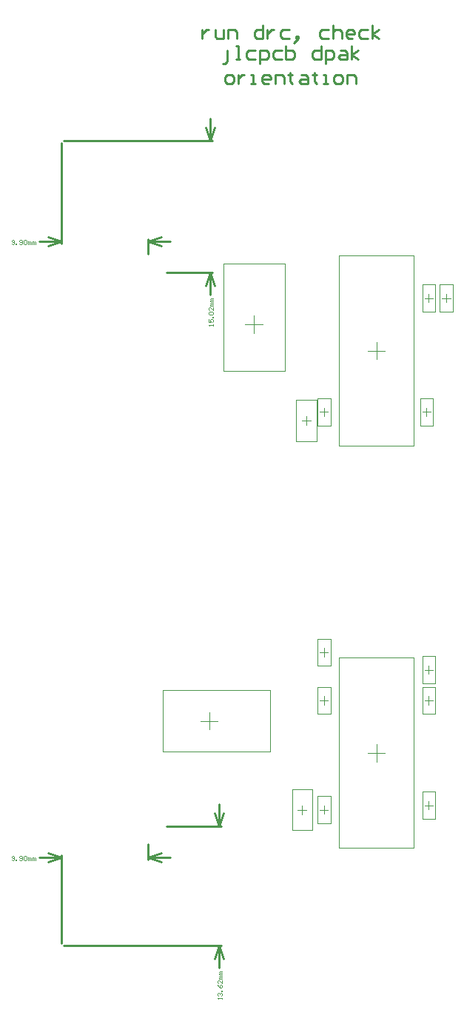
<source format=gbr>
%TF.GenerationSoftware,Altium Limited,Altium Designer,21.5.1 (32)*%
G04 Layer_Color=32768*
%FSLAX45Y45*%
%MOMM*%
%TF.SameCoordinates,51D5493F-A844-4614-94AE-4B196E198A34*%
%TF.FilePolarity,Positive*%
%TF.FileFunction,Other,Top_Assembly*%
%TF.Part,Single*%
G01*
G75*
%TA.AperFunction,NonConductor*%
%ADD34C,0.25400*%
%ADD45C,0.22000*%
%ADD59C,0.10000*%
D34*
X-152400Y952412D02*
X0Y1003212D01*
X-152400Y1054012D02*
X0Y1003212D01*
X990000D02*
X1142400Y1054012D01*
X990000Y1003212D02*
X1142400Y952412D01*
X-254000Y1003212D02*
X0D01*
X990000D02*
X1244000D01*
X990000Y977812D02*
Y1156600D01*
X0Y25400D02*
Y1028612D01*
X1800000Y0D02*
X1850800Y-152400D01*
X1749200D02*
X1800000Y0D01*
X1749200Y1514400D02*
X1800000Y1362000D01*
X1850800Y1514400D01*
X1800000Y-254000D02*
Y0D01*
Y1362000D02*
Y1616000D01*
X1195400Y1362000D02*
X1825400D01*
X25400Y0D02*
X1825400D01*
X1646587Y9352400D02*
X1697387Y9200000D01*
X1748187Y9352400D01*
X1697387Y7698000D02*
X1748187Y7545600D01*
X1646587D02*
X1697387Y7698000D01*
Y9200000D02*
Y9454000D01*
Y7444000D02*
Y7698000D01*
X1195400D02*
X1722787D01*
X25400Y9200000D02*
X1722787D01*
X-152400Y7997592D02*
X0Y8048392D01*
X-152400Y8099192D02*
X0Y8048392D01*
X990000D02*
X1142400Y8099192D01*
X990000Y8048392D02*
X1142400Y7997592D01*
X-254000Y8048392D02*
X0D01*
X990000D02*
X1244000D01*
X990000Y7903400D02*
Y8073792D01*
X0Y8022992D02*
Y9174600D01*
D45*
X1604028Y10468126D02*
Y10368158D01*
Y10418142D01*
X1629020Y10443134D01*
X1654012Y10468126D01*
X1679003D01*
X1753979D02*
Y10393150D01*
X1778971Y10368158D01*
X1853947D01*
Y10468126D01*
X1903931Y10368158D02*
Y10468126D01*
X1978906D01*
X2003898Y10443134D01*
Y10368158D01*
X2303801Y10518110D02*
Y10368158D01*
X2228825D01*
X2203834Y10393150D01*
Y10443134D01*
X2228825Y10468126D01*
X2303801D01*
X2353785D02*
Y10368158D01*
Y10418142D01*
X2378777Y10443134D01*
X2403769Y10468126D01*
X2428761D01*
X2603704D02*
X2528728D01*
X2503736Y10443134D01*
Y10393150D01*
X2528728Y10368158D01*
X2603704D01*
X2678680Y10343166D02*
X2703672Y10368158D01*
Y10393150D01*
X2678680D01*
Y10368158D01*
X2703672D01*
X2678680Y10343166D01*
X2653688Y10318174D01*
X3053558Y10468126D02*
X2978583D01*
X2953591Y10443134D01*
Y10393150D01*
X2978583Y10368158D01*
X3053558D01*
X3103542Y10518110D02*
Y10368158D01*
Y10443134D01*
X3128534Y10468126D01*
X3178518D01*
X3203510Y10443134D01*
Y10368158D01*
X3328469D02*
X3278485D01*
X3253494Y10393150D01*
Y10443134D01*
X3278485Y10468126D01*
X3328469D01*
X3353461Y10443134D01*
Y10418142D01*
X3253494D01*
X3503413Y10468126D02*
X3428437D01*
X3403445Y10443134D01*
Y10393150D01*
X3428437Y10368158D01*
X3503413D01*
X3553396D02*
Y10518110D01*
Y10418142D02*
X3628372Y10468126D01*
X3553396Y10418142D02*
X3628372Y10368158D01*
X1841451Y10085432D02*
X1866443D01*
X1891435Y10110425D01*
Y10235384D01*
X1991402Y10135416D02*
X2041386D01*
X2016394D01*
Y10285368D01*
X1991402D01*
X2216330Y10235384D02*
X2141354D01*
X2116362Y10210392D01*
Y10160408D01*
X2141354Y10135416D01*
X2216330D01*
X2266313Y10085432D02*
Y10235384D01*
X2341289D01*
X2366281Y10210392D01*
Y10160408D01*
X2341289Y10135416D01*
X2266313D01*
X2516232Y10235384D02*
X2441257D01*
X2416265Y10210392D01*
Y10160408D01*
X2441257Y10135416D01*
X2516232D01*
X2566216Y10285368D02*
Y10135416D01*
X2641192D01*
X2666184Y10160408D01*
Y10185400D01*
Y10210392D01*
X2641192Y10235384D01*
X2566216D01*
X2966087Y10285368D02*
Y10135416D01*
X2891111D01*
X2866119Y10160408D01*
Y10210392D01*
X2891111Y10235384D01*
X2966087D01*
X3016071Y10085432D02*
Y10235384D01*
X3091046D01*
X3116038Y10210392D01*
Y10160408D01*
X3091046Y10135416D01*
X3016071D01*
X3191014Y10235384D02*
X3240998D01*
X3265990Y10210392D01*
Y10135416D01*
X3191014D01*
X3166022Y10160408D01*
X3191014Y10185400D01*
X3265990D01*
X3315974Y10135416D02*
Y10285368D01*
Y10185400D02*
X3390949Y10235384D01*
X3315974Y10185400D02*
X3390949Y10135416D01*
X1891435Y9852691D02*
X1941419D01*
X1966410Y9877683D01*
Y9927666D01*
X1941419Y9952658D01*
X1891435D01*
X1866443Y9927666D01*
Y9877683D01*
X1891435Y9852691D01*
X2016394Y9952658D02*
Y9852691D01*
Y9902675D01*
X2041386Y9927666D01*
X2066378Y9952658D01*
X2091370D01*
X2166346Y9852691D02*
X2216330D01*
X2191338D01*
Y9952658D01*
X2166346D01*
X2366281Y9852691D02*
X2316297D01*
X2291305Y9877683D01*
Y9927666D01*
X2316297Y9952658D01*
X2366281D01*
X2391273Y9927666D01*
Y9902675D01*
X2291305D01*
X2441257Y9852691D02*
Y9952658D01*
X2516232D01*
X2541224Y9927666D01*
Y9852691D01*
X2616200Y9977650D02*
Y9952658D01*
X2591208D01*
X2641192D01*
X2616200D01*
Y9877683D01*
X2641192Y9852691D01*
X2741160Y9952658D02*
X2791144D01*
X2816135Y9927666D01*
Y9852691D01*
X2741160D01*
X2716168Y9877683D01*
X2741160Y9902675D01*
X2816135D01*
X2891111Y9977650D02*
Y9952658D01*
X2866119D01*
X2916103D01*
X2891111D01*
Y9877683D01*
X2916103Y9852691D01*
X2991079D02*
X3041063D01*
X3016071D01*
Y9952658D01*
X2991079D01*
X3141030Y9852691D02*
X3191014D01*
X3216006Y9877683D01*
Y9927666D01*
X3191014Y9952658D01*
X3141030D01*
X3116038Y9927666D01*
Y9877683D01*
X3141030Y9852691D01*
X3265990D02*
Y9952658D01*
X3340966D01*
X3365957Y9927666D01*
Y9852691D01*
D59*
X2685000Y5765000D02*
X2915000D01*
X2685000Y6235000D02*
X2915000D01*
X2685000Y5765000D02*
Y6235000D01*
X2915000Y5765000D02*
Y6235000D01*
X2800000Y5950000D02*
Y6050000D01*
X2750000Y6000000D02*
X2850000D01*
X2635000Y1315000D02*
X2865000D01*
X2635000Y1785000D02*
X2865000D01*
X2635000Y1315000D02*
Y1785000D01*
X2865000Y1315000D02*
Y1785000D01*
X2750000Y1500000D02*
Y1600000D01*
X2700000Y1550000D02*
X2800000D01*
X2551993Y6565991D02*
Y7794004D01*
X1848007D02*
X2551993D01*
X2100000Y7100000D02*
X2300000D01*
X2200000Y7000000D02*
Y7200000D01*
X1848007Y6565991D02*
X2551993D01*
X1848007D02*
Y7794004D01*
X4125000Y3305000D02*
X4275000D01*
X4125000Y2995000D02*
X4275000D01*
Y3305000D01*
X4125000Y2995000D02*
Y3305000D01*
X4200000Y3102500D02*
Y3197500D01*
X4152500Y3150000D02*
X4247500D01*
X2925000Y1395000D02*
X3075000D01*
X2925000Y1705000D02*
X3075000D01*
X2925000Y1395000D02*
Y1705000D01*
X3075000Y1395000D02*
Y1705000D01*
X3000000Y1502500D02*
Y1597500D01*
X2952500Y1550000D02*
X3047500D01*
X3500000Y2200000D02*
X3700000D01*
X3600000Y2100000D02*
Y2300000D01*
X3175007Y1111508D02*
Y3288492D01*
Y1111508D02*
X4024993D01*
Y3288492D01*
X3175007D02*
X4024993D01*
X2952500Y3350000D02*
X3047500D01*
X3000000Y3302500D02*
Y3397500D01*
X3075000Y3195000D02*
Y3505000D01*
X2925000Y3195000D02*
Y3505000D01*
X3075000D01*
X2925000Y3195000D02*
X3075000D01*
X2952500Y2800000D02*
X3047500D01*
X3000000Y2752500D02*
Y2847500D01*
X2925000Y2645000D02*
Y2955000D01*
X3075000Y2645000D02*
Y2955000D01*
X2925000Y2645000D02*
X3075000D01*
X2925000Y2955000D02*
X3075000D01*
X1153022Y2215116D02*
X2381036D01*
Y2919103D01*
X1687032Y2467110D02*
Y2667110D01*
X1587032Y2567110D02*
X1787032D01*
X1153022Y2215116D02*
Y2919103D01*
X2381036D01*
X4325000Y7245000D02*
X4475000D01*
X4325000Y7555000D02*
X4475000D01*
X4325000Y7245000D02*
Y7555000D01*
X4475000Y7245000D02*
Y7555000D01*
X4400000Y7352500D02*
Y7447500D01*
X4352500Y7400000D02*
X4447500D01*
X4100000Y5945000D02*
X4250000D01*
X4100000Y6255000D02*
X4250000D01*
X4100000Y5945000D02*
Y6255000D01*
X4250000Y5945000D02*
Y6255000D01*
X4175000Y6052500D02*
Y6147500D01*
X4127500Y6100000D02*
X4222500D01*
X2925000Y5945000D02*
X3075000D01*
X2925000Y6255000D02*
X3075000D01*
X2925000Y5945000D02*
Y6255000D01*
X3075000Y5945000D02*
Y6255000D01*
X3000000Y6052500D02*
Y6147500D01*
X2952500Y6100000D02*
X3047500D01*
X4125000Y1445000D02*
X4275000D01*
X4125000Y1755000D02*
X4275000D01*
X4125000Y1445000D02*
Y1755000D01*
X4275000Y1445000D02*
Y1755000D01*
X4200000Y1552500D02*
Y1647500D01*
X4152500Y1600000D02*
X4247500D01*
X3175007Y7888492D02*
X4024993D01*
Y5711509D02*
Y7888492D01*
X3175007Y5711509D02*
X4024993D01*
X3175007D02*
Y7888492D01*
X3600000Y6700000D02*
Y6900000D01*
X3500000Y6800000D02*
X3700000D01*
X4152500Y7400000D02*
X4247500D01*
X4200000Y7352500D02*
Y7447500D01*
X4125000Y7245000D02*
Y7555000D01*
X4275000Y7245000D02*
Y7555000D01*
X4125000Y7245000D02*
X4275000D01*
X4125000Y7555000D02*
X4275000D01*
X4152500Y2800000D02*
X4247500D01*
X4200000Y2752500D02*
Y2847500D01*
X4125000Y2645000D02*
Y2955000D01*
X4275000Y2645000D02*
Y2955000D01*
X4125000Y2645000D02*
X4275000D01*
X4125000Y2955000D02*
X4275000D01*
X-574310Y976551D02*
X-565980Y968221D01*
X-549318D01*
X-540988Y976551D01*
Y1009874D01*
X-549318Y1018204D01*
X-565980D01*
X-574310Y1009874D01*
Y1001543D01*
X-565980Y993212D01*
X-540988D01*
X-524327Y968221D02*
Y976551D01*
X-515996D01*
Y968221D01*
X-524327D01*
X-482673Y976551D02*
X-474343Y968221D01*
X-457682D01*
X-449351Y976551D01*
Y1009874D01*
X-457682Y1018204D01*
X-474343D01*
X-482673Y1009874D01*
Y1001543D01*
X-474343Y993212D01*
X-449351D01*
X-432690Y1009874D02*
X-424359Y1018204D01*
X-407698D01*
X-399367Y1009874D01*
Y976551D01*
X-407698Y968221D01*
X-424359D01*
X-432690Y976551D01*
Y1009874D01*
X-382706Y968221D02*
Y1001543D01*
X-374375D01*
X-366045Y993212D01*
Y968221D01*
Y993212D01*
X-357714Y1001543D01*
X-349384Y993212D01*
Y968221D01*
X-332722D02*
Y1001543D01*
X-324392D01*
X-316061Y993212D01*
Y968221D01*
Y993212D01*
X-307731Y1001543D01*
X-299400Y993212D01*
Y968221D01*
X1834992Y-615963D02*
Y-599302D01*
Y-607633D01*
X1785008D01*
X1793339Y-615963D01*
Y-574310D02*
X1785008Y-565980D01*
Y-549318D01*
X1793339Y-540988D01*
X1801669D01*
X1810000Y-549318D01*
Y-557649D01*
Y-549318D01*
X1818331Y-540988D01*
X1826661D01*
X1834992Y-549318D01*
Y-565980D01*
X1826661Y-574310D01*
X1834992Y-524327D02*
X1826661D01*
Y-515996D01*
X1834992D01*
Y-524327D01*
X1785008Y-449351D02*
X1793339Y-466012D01*
X1810000Y-482673D01*
X1826661D01*
X1834992Y-474343D01*
Y-457682D01*
X1826661Y-449351D01*
X1818331D01*
X1810000Y-457682D01*
Y-482673D01*
X1834992Y-399367D02*
Y-432690D01*
X1801669Y-399367D01*
X1793339D01*
X1785008Y-407698D01*
Y-424359D01*
X1793339Y-432690D01*
X1834992Y-382706D02*
X1801669D01*
Y-374375D01*
X1810000Y-366045D01*
X1834992D01*
X1810000D01*
X1801669Y-357714D01*
X1810000Y-349384D01*
X1834992D01*
Y-332722D02*
X1801669D01*
Y-324392D01*
X1810000Y-316061D01*
X1834992D01*
X1810000D01*
X1801669Y-307731D01*
X1810000Y-299400D01*
X1834992D01*
X1732379Y7082037D02*
Y7098698D01*
Y7090367D01*
X1682395D01*
X1690726Y7082037D01*
X1682395Y7157012D02*
Y7123690D01*
X1707387D01*
X1699056Y7140351D01*
Y7148682D01*
X1707387Y7157012D01*
X1724048D01*
X1732379Y7148682D01*
Y7132021D01*
X1724048Y7123690D01*
X1732379Y7173673D02*
X1724048D01*
Y7182004D01*
X1732379D01*
Y7173673D01*
X1690726Y7215327D02*
X1682395Y7223657D01*
Y7240319D01*
X1690726Y7248649D01*
X1724048D01*
X1732379Y7240319D01*
Y7223657D01*
X1724048Y7215327D01*
X1690726D01*
X1732379Y7298633D02*
Y7265310D01*
X1699056Y7298633D01*
X1690726D01*
X1682395Y7290302D01*
Y7273641D01*
X1690726Y7265310D01*
X1732379Y7315294D02*
X1699056D01*
Y7323625D01*
X1707387Y7331955D01*
X1732379D01*
X1707387D01*
X1699056Y7340286D01*
X1707387Y7348616D01*
X1732379D01*
Y7365278D02*
X1699056D01*
Y7373608D01*
X1707387Y7381939D01*
X1732379D01*
X1707387D01*
X1699056Y7390269D01*
X1707387Y7398600D01*
X1732379D01*
X-574310Y8021731D02*
X-565980Y8013400D01*
X-549318D01*
X-540988Y8021731D01*
Y8055053D01*
X-549318Y8063384D01*
X-565980D01*
X-574310Y8055053D01*
Y8046723D01*
X-565980Y8038392D01*
X-540988D01*
X-524327Y8013400D02*
Y8021731D01*
X-515996D01*
Y8013400D01*
X-524327D01*
X-482673Y8021731D02*
X-474343Y8013400D01*
X-457682D01*
X-449351Y8021731D01*
Y8055053D01*
X-457682Y8063384D01*
X-474343D01*
X-482673Y8055053D01*
Y8046723D01*
X-474343Y8038392D01*
X-449351D01*
X-432690Y8055053D02*
X-424359Y8063384D01*
X-407698D01*
X-399367Y8055053D01*
Y8021731D01*
X-407698Y8013400D01*
X-424359D01*
X-432690Y8021731D01*
Y8055053D01*
X-382706Y8013400D02*
Y8046723D01*
X-374375D01*
X-366045Y8038392D01*
Y8013400D01*
Y8038392D01*
X-357714Y8046723D01*
X-349384Y8038392D01*
Y8013400D01*
X-332722D02*
Y8046723D01*
X-324392D01*
X-316061Y8038392D01*
Y8013400D01*
Y8038392D01*
X-307731Y8046723D01*
X-299400Y8038392D01*
Y8013400D01*
%TF.MD5,e3e902c79c2e10e976be94c0e1bde54f*%
M02*

</source>
